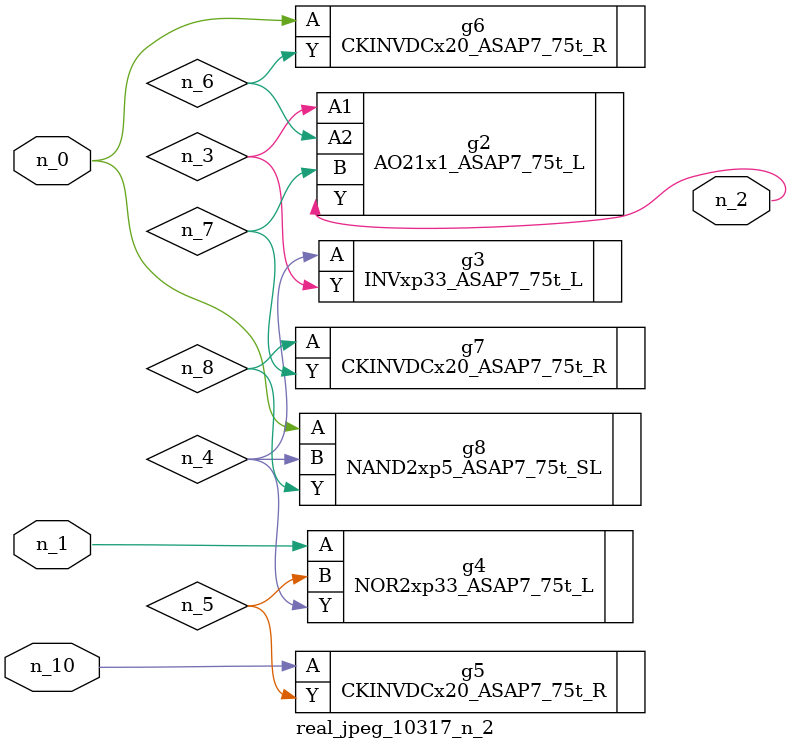
<source format=v>
module real_jpeg_10317_n_2 (n_1, n_10, n_0, n_2);

input n_1;
input n_10;
input n_0;

output n_2;

wire n_5;
wire n_4;
wire n_8;
wire n_6;
wire n_7;
wire n_3;

CKINVDCx20_ASAP7_75t_R g6 ( 
.A(n_0),
.Y(n_6)
);

NAND2xp5_ASAP7_75t_SL g8 ( 
.A(n_0),
.B(n_4),
.Y(n_8)
);

NOR2xp33_ASAP7_75t_L g4 ( 
.A(n_1),
.B(n_5),
.Y(n_4)
);

AO21x1_ASAP7_75t_L g2 ( 
.A1(n_3),
.A2(n_6),
.B(n_7),
.Y(n_2)
);

INVxp33_ASAP7_75t_L g3 ( 
.A(n_4),
.Y(n_3)
);

CKINVDCx20_ASAP7_75t_R g7 ( 
.A(n_8),
.Y(n_7)
);

CKINVDCx20_ASAP7_75t_R g5 ( 
.A(n_10),
.Y(n_5)
);


endmodule
</source>
